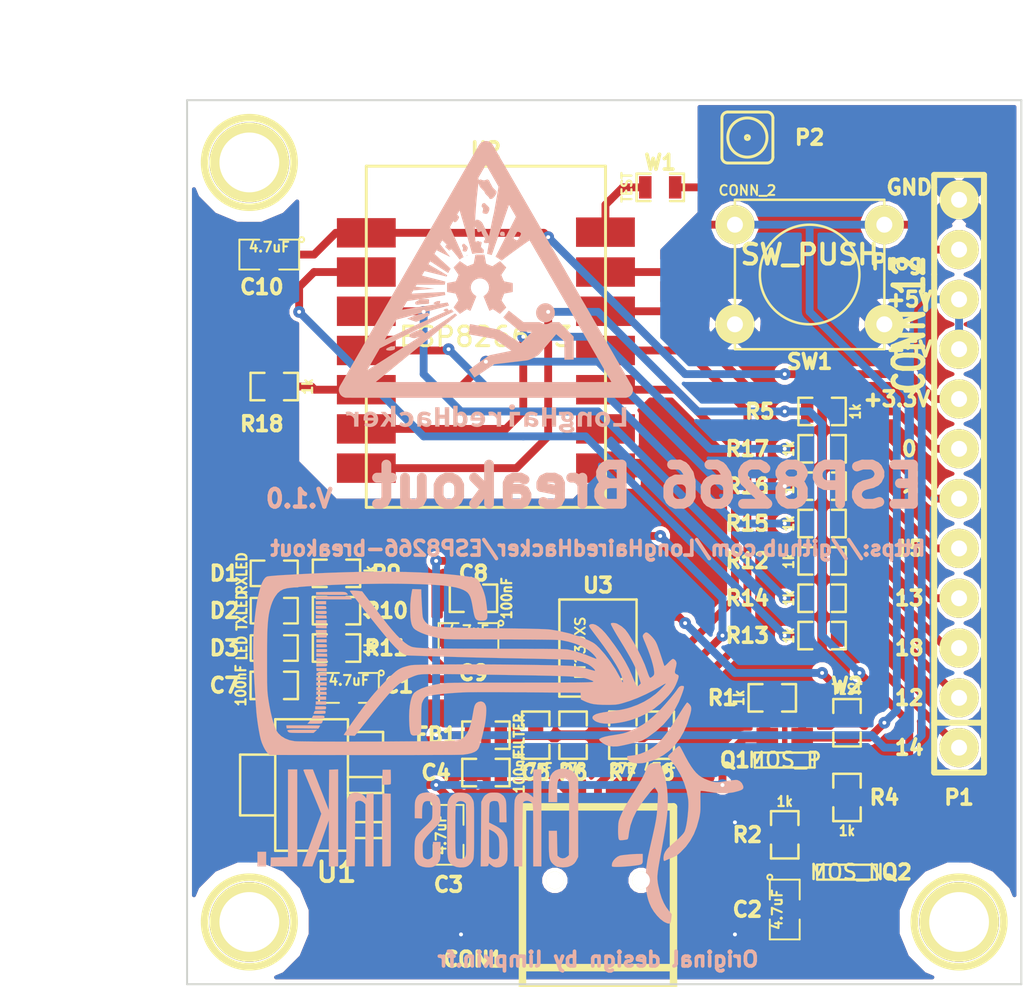
<source format=kicad_pcb>
(kicad_pcb (version 3) (host pcbnew "(2013-may-18)-stable")
  (layers (15 Dessus.Cu signal hide) (0 Dessous.Cu signal) (18 B.Paste user) (19 F.Paste user) (20 B.SilkS user) (21 F.SilkS user) (22 B.Mask user) (23 F.Mask user) (28 Edge.Cuts user))
  (net 0 "")
  (net 1 +3.3V)
  (net 2 CON_GPIO0)
  (net 3 CON_GPIO12)
  (net 4 CON_GPIO13)
  (net 5 CON_GPIO14)
  (net 6 CON_GPIO15)
  (net 7 CON_GPIO18)
  (net 8 CON_GPIO2)
  (net 9 FT230_RX)
  (net 10 FT230_TX)
  (net 11 GND)
  (net 12 GPIO0)
  (net 13 N-0000010)
  (net 14 N-0000011)
  (net 15 N-0000012)
  (net 16 N-0000013)
  (net 17 N-0000014)
  (net 18 N-0000015)
  (net 19 N-0000024)
  (net 20 N-0000026)
  (net 21 N-0000027)
  (net 22 N-0000028)
  (net 23 N-0000029)
  (net 24 N-000003)
  (net 25 N-0000030)
  (net 26 N-0000032)
  (net 27 N-0000033)
  (net 28 N-0000034)
  (net 29 N-0000035)
  (net 30 N-0000036)
  (net 31 N-0000037)
  (net 32 N-000004)
  (net 33 N-000005)
  (net 34 N-000006)
  (net 35 N-000009)
  (net 36 PROG_SW)
  (net 37 VCC)
  (net 38 VDD)
  (module ESP8266-3 (layer Dessus.Cu) (at 71.755 69.215)
    (fp_text reference U2 (at 0 -9.525) (layer F.SilkS) (effects (font (size 0.75 0.75) (thickness 0.2))))
    (fp_text value ESP8266-3 (at 0 0) (layer F.SilkS))
    (pad 1 smd rect (at 6.1 6.7) (size 3 1.5) (layers Dessus.Cu F.Paste F.Mask) (net 11 GND))
    (pad 2 smd rect (at 6.1 4.7) (size 3 1.5) (layers Dessus.Cu F.Paste F.Mask))
    (pad 3 smd rect (at 6.1 2.7) (size 3 1.5) (layers Dessus.Cu F.Paste F.Mask) (net 9 FT230_RX))
    (pad 4 smd rect (at 6.1 0.7) (size 3 1.5) (layers Dessus.Cu F.Paste F.Mask) (net 10 FT230_TX))
    (pad 5 smd rect (at 6.1 -1.3) (size 3 1.5) (layers Dessus.Cu F.Paste F.Mask) (net 28 N-0000034))
    (pad 6 smd rect (at 6.1 -3.3) (size 3 1.5) (layers Dessus.Cu F.Paste F.Mask) (net 36 PROG_SW))
    (pad 8 smd rect (at -6.1 -5.3) (size 3 1.5) (layers Dessus.Cu F.Paste F.Mask) (net 1 +3.3V))
    (pad 9 smd rect (at -6.1 -3.3) (size 3 1.5) (layers Dessus.Cu F.Paste F.Mask) (net 29 N-0000035))
    (pad 10 smd rect (at -6.1 -1.3) (size 3 1.5) (layers Dessus.Cu F.Paste F.Mask) (net 27 N-0000033))
    (pad 11 smd rect (at -6.1 0.7) (size 3 1.5) (layers Dessus.Cu F.Paste F.Mask) (net 30 N-0000036))
    (pad 12 smd rect (at -6.1 2.7) (size 3 1.5) (layers Dessus.Cu F.Paste F.Mask) (net 31 N-0000037))
    (pad 13 smd rect (at -6.1 4.7) (size 3 1.5) (layers Dessus.Cu F.Paste F.Mask) (net 35 N-000009))
    (pad 14 smd rect (at -6.1 6.7) (size 3 1.5) (layers Dessus.Cu F.Paste F.Mask) (net 12 GPIO0))
    (pad 7 smd rect (at 6.096 -5.334) (size 3 1.5) (layers Dessus.Cu F.Paste F.Mask) (net 19 N-0000024))
  )
  (module ssop-16 (layer Dessus.Cu) (at 77.47 85.09 90)
    (fp_text reference U3 (at 3.2 0 180) (layer F.SilkS) (effects (font (size 0.75 0.75) (thickness 0.2))))
    (fp_text value FT230XS (at 0 -0.89916 90) (layer F.SilkS) (effects (font (size 0.50038 0.50038) (thickness 0.09906))))
    (pad 4 smd rect (at -0.3175 2.667 90) (size 0.4064 1.651) (layers Dessus.Cu F.Paste F.Mask) (net 9 FT230_RX))
    (pad 5 smd rect (at 0.3175 2.667 90) (size 0.4064 1.651) (layers Dessus.Cu F.Paste F.Mask) (net 11 GND))
    (pad 6 smd rect (at 0.9525 2.667 90) (size 0.4064 1.651) (layers Dessus.Cu F.Paste F.Mask))
    (pad 7 smd rect (at 1.5875 2.667 90) (size 0.4064 1.651) (layers Dessus.Cu F.Paste F.Mask) (net 20 N-0000026))
    (pad 16 smd rect (at -2.2225 -2.667 90) (size 0.4064 1.651) (layers Dessus.Cu F.Paste F.Mask) (net 21 N-0000027))
    (pad 1 smd rect (at -2.2225 2.667 90) (size 0.4064 1.651) (layers Dessus.Cu F.Paste F.Mask) (net 10 FT230_TX))
    (pad 2 smd rect (at -1.5875 2.667 90) (size 0.4064 1.651) (layers Dessus.Cu F.Paste F.Mask))
    (pad 3 smd rect (at -0.9525 2.667 90) (size 0.4064 1.651) (layers Dessus.Cu F.Paste F.Mask) (net 13 N-0000010))
    (pad 9 smd rect (at 2.2225 -2.667 90) (size 0.4064 1.651) (layers Dessus.Cu F.Paste F.Mask) (net 34 N-000006))
    (pad 10 smd rect (at 1.5875 -2.667 90) (size 0.4064 1.651) (layers Dessus.Cu F.Paste F.Mask) (net 13 N-0000010))
    (pad 11 smd rect (at 0.9525 -2.667 90) (size 0.4064 1.651) (layers Dessus.Cu F.Paste F.Mask) (net 13 N-0000010))
    (pad 12 smd rect (at 0.3175 -2.667 90) (size 0.4064 1.651) (layers Dessus.Cu F.Paste F.Mask) (net 37 VCC))
    (pad 13 smd rect (at -0.3175 -2.667 90) (size 0.4064 1.651) (layers Dessus.Cu F.Paste F.Mask) (net 11 GND))
    (pad 14 smd rect (at -0.9525 -2.667 90) (size 0.4064 1.651) (layers Dessus.Cu F.Paste F.Mask) (net 22 N-0000028))
    (pad 8 smd rect (at 2.2225 2.667 90) (size 0.4064 1.651) (layers Dessus.Cu F.Paste F.Mask) (net 33 N-000005))
    (pad 15 smd rect (at -1.5875 -2.667 90) (size 0.4064 1.651) (layers Dessus.Cu F.Paste F.Mask) (net 23 N-0000029))
  )
  (module SOT23GDS_L (layer Dessus.Cu) (at 90.17 96.52 180)
    (fp_text reference Q2 (at -2.54 0 180) (layer F.SilkS) (effects (font (size 0.75 0.75) (thickness 0.2))))
    (fp_text value MOS_N (at 0 0 180) (layer F.SilkS) (effects (font (size 0.762 0.762) (thickness 0.12954))))
    (pad S smd rect (at -0.889 -1.1 180) (size 1.1 1.1) (layers Dessus.Cu F.Paste F.Mask) (net 11 GND))
    (pad G smd rect (at 0.889 -1.1 180) (size 1.1 1.1) (layers Dessus.Cu F.Paste F.Mask) (net 17 N-0000014))
    (pad D smd rect (at 0 1.1 180) (size 1.1 1.1) (layers Dessus.Cu F.Paste F.Mask) (net 16 N-0000013))
  )
  (module SOT23GDS_L (layer Dessus.Cu) (at 86.995 90.805)
    (fp_text reference Q1 (at -2.54 0) (layer F.SilkS) (effects (font (size 0.75 0.75) (thickness 0.2))))
    (fp_text value MOS_P (at 0 0) (layer F.SilkS) (effects (font (size 0.762 0.762) (thickness 0.12954))))
    (pad S smd rect (at -0.889 -1.1) (size 1.1 1.1) (layers Dessus.Cu F.Paste F.Mask) (net 1 +3.3V))
    (pad G smd rect (at 0.889 -1.1) (size 1.1 1.1) (layers Dessus.Cu F.Paste F.Mask) (net 36 PROG_SW))
    (pad D smd rect (at 0 1.1) (size 1.1 1.1) (layers Dessus.Cu F.Paste F.Mask) (net 18 N-0000015))
  )
  (module SM0603_Resistor (layer Dessus.Cu) (at 74.295 89.535 90)
    (fp_text reference C5 (at -1.905 0 180) (layer F.SilkS) (effects (font (size 0.75 0.75) (thickness 0.2))))
    (fp_text value 47pF (at -1.69926 0 180) (layer F.SilkS) (effects (font (size 0.508 0.4572) (thickness 0.1143))))
    (pad 1 smd rect (at -0.762 0 90) (size 0.635 1.143) (layers Dessus.Cu F.Paste F.Mask) (net 24 N-000003))
    (pad 2 smd rect (at 0.762 0 90) (size 0.635 1.143) (layers Dessus.Cu F.Paste F.Mask) (net 11 GND))
  )
  (module SM0603_Resistor (layer Dessus.Cu) (at 64.135 81.28 180)
    (fp_text reference R9 (at -2.54 0 180) (layer F.SilkS) (effects (font (size 0.75 0.75) (thickness 0.2))))
    (fp_text value 1k (at -1.69926 0 270) (layer F.SilkS) (effects (font (size 0.508 0.4572) (thickness 0.1143))))
    (pad 1 smd rect (at -0.762 0 180) (size 0.635 1.143) (layers Dessus.Cu F.Paste F.Mask) (net 22 N-0000028))
    (pad 2 smd rect (at 0.762 0 180) (size 0.635 1.143) (layers Dessus.Cu F.Paste F.Mask) (net 15 N-0000012))
  )
  (module SM0603_Resistor (layer Dessus.Cu) (at 64.135 83.185 180)
    (fp_text reference R10 (at -2.54 0 180) (layer F.SilkS) (effects (font (size 0.75 0.75) (thickness 0.2))))
    (fp_text value 1k (at -1.69926 0 270) (layer F.SilkS) (effects (font (size 0.508 0.4572) (thickness 0.1143))))
    (pad 1 smd rect (at -0.762 0 180) (size 0.635 1.143) (layers Dessus.Cu F.Paste F.Mask) (net 23 N-0000029))
    (pad 2 smd rect (at 0.762 0 180) (size 0.635 1.143) (layers Dessus.Cu F.Paste F.Mask) (net 26 N-0000032))
  )
  (module SM0603_Resistor (layer Dessus.Cu) (at 64.135 85.09 180)
    (fp_text reference R11 (at -2.54 0 180) (layer F.SilkS) (effects (font (size 0.75 0.75) (thickness 0.2))))
    (fp_text value 1k (at -1.69926 0 270) (layer F.SilkS) (effects (font (size 0.508 0.4572) (thickness 0.1143))))
    (pad 1 smd rect (at -0.762 0 180) (size 0.635 1.143) (layers Dessus.Cu F.Paste F.Mask) (net 21 N-0000027))
    (pad 2 smd rect (at 0.762 0 180) (size 0.635 1.143) (layers Dessus.Cu F.Paste F.Mask) (net 14 N-0000011))
  )
  (module SM0603_Resistor (layer Dessus.Cu) (at 60.96 86.995)
    (fp_text reference C7 (at -2.54 0) (layer F.SilkS) (effects (font (size 0.75 0.75) (thickness 0.2))))
    (fp_text value 100nF (at -1.69926 0 90) (layer F.SilkS) (effects (font (size 0.508 0.4572) (thickness 0.1143))))
    (pad 1 smd rect (at -0.762 0) (size 0.635 1.143) (layers Dessus.Cu F.Paste F.Mask) (net 13 N-0000010))
    (pad 2 smd rect (at 0.762 0) (size 0.635 1.143) (layers Dessus.Cu F.Paste F.Mask) (net 11 GND))
  )
  (module SM0603_Resistor (layer Dessus.Cu) (at 78.74 89.535 90)
    (fp_text reference R7 (at -1.905 0 180) (layer F.SilkS) (effects (font (size 0.75 0.75) (thickness 0.2))))
    (fp_text value 27R (at -1.69926 0 180) (layer F.SilkS) (effects (font (size 0.508 0.4572) (thickness 0.1143))))
    (pad 1 smd rect (at -0.762 0 90) (size 0.635 1.143) (layers Dessus.Cu F.Paste F.Mask) (net 32 N-000004))
    (pad 2 smd rect (at 0.762 0 90) (size 0.635 1.143) (layers Dessus.Cu F.Paste F.Mask) (net 33 N-000005))
  )
  (module SM0603_Resistor (layer Dessus.Cu) (at 76.2 89.535 90)
    (fp_text reference R6 (at -1.905 0 180) (layer F.SilkS) (effects (font (size 0.75 0.75) (thickness 0.2))))
    (fp_text value 27R (at -1.69926 0 180) (layer F.SilkS) (effects (font (size 0.508 0.4572) (thickness 0.1143))))
    (pad 1 smd rect (at -0.762 0 90) (size 0.635 1.143) (layers Dessus.Cu F.Paste F.Mask) (net 24 N-000003))
    (pad 2 smd rect (at 0.762 0 90) (size 0.635 1.143) (layers Dessus.Cu F.Paste F.Mask) (net 34 N-000006))
  )
  (module SM0603_Resistor (layer Dessus.Cu) (at 80.645 89.535 90)
    (fp_text reference C6 (at -1.905 0 180) (layer F.SilkS) (effects (font (size 0.75 0.75) (thickness 0.2))))
    (fp_text value 47pF (at -1.69926 0 180) (layer F.SilkS) (effects (font (size 0.508 0.4572) (thickness 0.1143))))
    (pad 1 smd rect (at -0.762 0 90) (size 0.635 1.143) (layers Dessus.Cu F.Paste F.Mask) (net 32 N-000004))
    (pad 2 smd rect (at 0.762 0 90) (size 0.635 1.143) (layers Dessus.Cu F.Paste F.Mask) (net 11 GND))
  )
  (module SM0603_Resistor (layer Dessus.Cu) (at 71.12 82.55 180)
    (fp_text reference C8 (at 0 1.27 180) (layer F.SilkS) (effects (font (size 0.75 0.75) (thickness 0.2))))
    (fp_text value 100nF (at -1.69926 0 270) (layer F.SilkS) (effects (font (size 0.508 0.4572) (thickness 0.1143))))
    (pad 1 smd rect (at -0.762 0 180) (size 0.635 1.143) (layers Dessus.Cu F.Paste F.Mask) (net 37 VCC))
    (pad 2 smd rect (at 0.762 0 180) (size 0.635 1.143) (layers Dessus.Cu F.Paste F.Mask) (net 11 GND))
  )
  (module SM0603_Resistor (layer Dessus.Cu) (at 71.755 91.44 180)
    (fp_text reference C4 (at 2.54 0 180) (layer F.SilkS) (effects (font (size 0.75 0.75) (thickness 0.2))))
    (fp_text value 100nF (at -1.69926 0 270) (layer F.SilkS) (effects (font (size 0.508 0.4572) (thickness 0.1143))))
    (pad 1 smd rect (at -0.762 0 180) (size 0.635 1.143) (layers Dessus.Cu F.Paste F.Mask) (net 38 VDD))
    (pad 2 smd rect (at 0.762 0 180) (size 0.635 1.143) (layers Dessus.Cu F.Paste F.Mask) (net 11 GND))
  )
  (module SM0603_Resistor (layer Dessus.Cu) (at 71.755 89.535 180)
    (fp_text reference FB1 (at 2.54 0 180) (layer F.SilkS) (effects (font (size 0.75 0.75) (thickness 0.2))))
    (fp_text value FILTER (at -1.69926 0 270) (layer F.SilkS) (effects (font (size 0.508 0.4572) (thickness 0.1143))))
    (pad 1 smd rect (at -0.762 0 180) (size 0.635 1.143) (layers Dessus.Cu F.Paste F.Mask) (net 38 VDD))
    (pad 2 smd rect (at 0.762 0 180) (size 0.635 1.143) (layers Dessus.Cu F.Paste F.Mask) (net 37 VCC))
  )
  (module SM0603_Resistor (layer Dessus.Cu) (at 90.17 92.71 90)
    (fp_text reference R4 (at 0 1.905 180) (layer F.SilkS) (effects (font (size 0.75 0.75) (thickness 0.2))))
    (fp_text value 1k (at -1.69926 0 180) (layer F.SilkS) (effects (font (size 0.508 0.4572) (thickness 0.1143))))
    (pad 1 smd rect (at -0.762 0 90) (size 0.635 1.143) (layers Dessus.Cu F.Paste F.Mask) (net 16 N-0000013))
    (pad 2 smd rect (at 0.762 0 90) (size 0.635 1.143) (layers Dessus.Cu F.Paste F.Mask) (net 12 GPIO0))
  )
  (module SM0603_Resistor (layer Dessus.Cu) (at 86.995 94.615 270)
    (fp_text reference R2 (at 0 1.905 360) (layer F.SilkS) (effects (font (size 0.75 0.75) (thickness 0.2))))
    (fp_text value 1k (at -1.69926 0 360) (layer F.SilkS) (effects (font (size 0.508 0.4572) (thickness 0.1143))))
    (pad 1 smd rect (at -0.762 0 270) (size 0.635 1.143) (layers Dessus.Cu F.Paste F.Mask) (net 18 N-0000015))
    (pad 2 smd rect (at 0.762 0 270) (size 0.635 1.143) (layers Dessus.Cu F.Paste F.Mask) (net 17 N-0000014))
  )
  (module SM0603_Resistor (layer Dessus.Cu) (at 86.36 87.63)
    (fp_text reference R1 (at -2.54 0) (layer F.SilkS) (effects (font (size 0.75 0.75) (thickness 0.2))))
    (fp_text value 1k (at -1.69926 0 90) (layer F.SilkS) (effects (font (size 0.508 0.4572) (thickness 0.1143))))
    (pad 1 smd rect (at -0.762 0) (size 0.635 1.143) (layers Dessus.Cu F.Paste F.Mask) (net 1 +3.3V))
    (pad 2 smd rect (at 0.762 0) (size 0.635 1.143) (layers Dessus.Cu F.Paste F.Mask) (net 36 PROG_SW))
  )
  (module SM0603_Capa (layer Dessus.Cu) (at 60.96 85.09)
    (fp_text reference D3 (at -2.54 0) (layer F.SilkS) (effects (font (size 0.75 0.75) (thickness 0.2))))
    (fp_text value LED (at -1.651 0 90) (layer F.SilkS) (effects (font (size 0.508 0.4572) (thickness 0.1143))))
    (pad 1 smd rect (at -0.762 0) (size 0.635 1.143) (layers Dessus.Cu F.Paste F.Mask) (net 13 N-0000010))
    (pad 2 smd rect (at 0.762 0) (size 0.635 1.143) (layers Dessus.Cu F.Paste F.Mask) (net 14 N-0000011))
  )
  (module SM0603_Capa (layer Dessus.Cu) (at 60.96 83.185)
    (fp_text reference D2 (at -2.54 0) (layer F.SilkS) (effects (font (size 0.75 0.75) (thickness 0.2))))
    (fp_text value TXLED (at -1.651 0 90) (layer F.SilkS) (effects (font (size 0.508 0.4572) (thickness 0.1143))))
    (pad 1 smd rect (at -0.762 0) (size 0.635 1.143) (layers Dessus.Cu F.Paste F.Mask) (net 13 N-0000010))
    (pad 2 smd rect (at 0.762 0) (size 0.635 1.143) (layers Dessus.Cu F.Paste F.Mask) (net 26 N-0000032))
  )
  (module SM0603_Capa (layer Dessus.Cu) (at 60.96 81.28)
    (fp_text reference D1 (at -2.54 0) (layer F.SilkS) (effects (font (size 0.75 0.75) (thickness 0.2))))
    (fp_text value RXLED (at -1.651 0 90) (layer F.SilkS) (effects (font (size 0.508 0.4572) (thickness 0.1143))))
    (pad 1 smd rect (at -0.762 0) (size 0.635 1.143) (layers Dessus.Cu F.Paste F.Mask) (net 13 N-0000010))
    (pad 2 smd rect (at 0.762 0) (size 0.635 1.143) (layers Dessus.Cu F.Paste F.Mask) (net 15 N-0000012))
  )
  (module SM0603_Resistor (layer Dessus.Cu) (at 88.9 80.645)
    (fp_text reference R12 (at -3.81 0) (layer F.SilkS) (effects (font (size 0.75 0.75) (thickness 0.2))))
    (fp_text value 1k (at -1.69926 0 90) (layer F.SilkS) (effects (font (size 0.508 0.4572) (thickness 0.1143))))
    (pad 1 smd rect (at -0.762 0) (size 0.635 1.143) (layers Dessus.Cu F.Paste F.Mask) (net 28 N-0000034))
    (pad 2 smd rect (at 0.762 0) (size 0.635 1.143) (layers Dessus.Cu F.Paste F.Mask) (net 7 CON_GPIO18))
  )
  (module SM0603_Resistor (layer Dessus.Cu) (at 88.9 84.455)
    (fp_text reference R13 (at -3.81 0) (layer F.SilkS) (effects (font (size 0.75 0.75) (thickness 0.2))))
    (fp_text value 1k (at -1.69926 0 90) (layer F.SilkS) (effects (font (size 0.508 0.4572) (thickness 0.1143))))
    (pad 1 smd rect (at -0.762 0) (size 0.635 1.143) (layers Dessus.Cu F.Paste F.Mask) (net 29 N-0000035))
    (pad 2 smd rect (at 0.762 0) (size 0.635 1.143) (layers Dessus.Cu F.Paste F.Mask) (net 5 CON_GPIO14))
  )
  (module SM0603_Resistor (layer Dessus.Cu) (at 88.9 82.55)
    (fp_text reference R14 (at -3.81 0) (layer F.SilkS) (effects (font (size 0.75 0.75) (thickness 0.2))))
    (fp_text value 1k (at -1.69926 0 90) (layer F.SilkS) (effects (font (size 0.508 0.4572) (thickness 0.1143))))
    (pad 1 smd rect (at -0.762 0) (size 0.635 1.143) (layers Dessus.Cu F.Paste F.Mask) (net 27 N-0000033))
    (pad 2 smd rect (at 0.762 0) (size 0.635 1.143) (layers Dessus.Cu F.Paste F.Mask) (net 3 CON_GPIO12))
  )
  (module SM0603_Resistor (layer Dessus.Cu) (at 88.9 78.74)
    (fp_text reference R15 (at -3.81 0) (layer F.SilkS) (effects (font (size 0.75 0.75) (thickness 0.2))))
    (fp_text value 1k (at -1.69926 0 90) (layer F.SilkS) (effects (font (size 0.508 0.4572) (thickness 0.1143))))
    (pad 1 smd rect (at -0.762 0) (size 0.635 1.143) (layers Dessus.Cu F.Paste F.Mask) (net 30 N-0000036))
    (pad 2 smd rect (at 0.762 0) (size 0.635 1.143) (layers Dessus.Cu F.Paste F.Mask) (net 4 CON_GPIO13))
  )
  (module SM0603_Resistor (layer Dessus.Cu) (at 88.9 76.835)
    (fp_text reference R16 (at -3.81 0) (layer F.SilkS) (effects (font (size 0.75 0.75) (thickness 0.2))))
    (fp_text value 1k (at -1.69926 0 90) (layer F.SilkS) (effects (font (size 0.508 0.4572) (thickness 0.1143))))
    (pad 1 smd rect (at -0.762 0) (size 0.635 1.143) (layers Dessus.Cu F.Paste F.Mask) (net 31 N-0000037))
    (pad 2 smd rect (at 0.762 0) (size 0.635 1.143) (layers Dessus.Cu F.Paste F.Mask) (net 6 CON_GPIO15))
  )
  (module SM0603_Resistor (layer Dessus.Cu) (at 88.9 74.93)
    (fp_text reference R17 (at -3.81 0) (layer F.SilkS) (effects (font (size 0.75 0.75) (thickness 0.2))))
    (fp_text value 1k (at -1.69926 0 90) (layer F.SilkS) (effects (font (size 0.508 0.4572) (thickness 0.1143))))
    (pad 1 smd rect (at -0.762 0) (size 0.635 1.143) (layers Dessus.Cu F.Paste F.Mask) (net 35 N-000009))
    (pad 2 smd rect (at 0.762 0) (size 0.635 1.143) (layers Dessus.Cu F.Paste F.Mask) (net 8 CON_GPIO2))
  )
  (module SM0603_Resistor (layer Dessus.Cu) (at 60.96 71.755 180)
    (fp_text reference R18 (at 0.635 -1.905 180) (layer F.SilkS) (effects (font (size 0.75 0.75) (thickness 0.2))))
    (fp_text value 1k (at -1.69926 0 270) (layer F.SilkS) (effects (font (size 0.508 0.4572) (thickness 0.1143))))
    (pad 1 smd rect (at -0.762 0 180) (size 0.635 1.143) (layers Dessus.Cu F.Paste F.Mask) (net 31 N-0000037))
    (pad 2 smd rect (at 0.762 0 180) (size 0.635 1.143) (layers Dessus.Cu F.Paste F.Mask) (net 11 GND))
  )
  (module USB_MINI_B (layer Dessus.Cu) (at 77.47 97.79 90)
    (fp_text reference CON1 (at -3.175 -6.35 180) (layer F.SilkS) (effects (font (size 0.75 0.75) (thickness 0.2))))
    (fp_text value USB-MICRO-B2 hide)
    (pad 1 smd rect (at 3.44932 -1.6002 90) (size 2.30124 0.50038) (layers Dessus.Cu F.Paste F.Mask) (net 38 VDD))
    (pad 2 smd rect (at 3.44932 -0.8001 90) (size 2.30124 0.50038) (layers Dessus.Cu F.Paste F.Mask) (net 24 N-000003))
    (pad 3 smd rect (at 3.44932 0 90) (size 2.30124 0.50038) (layers Dessus.Cu F.Paste F.Mask) (net 32 N-000004))
    (pad 4 smd rect (at 3.44932 0.8001 90) (size 2.30124 0.50038) (layers Dessus.Cu F.Paste F.Mask))
    (pad 5 smd rect (at 3.44932 1.6002 90) (size 2.30124 0.50038) (layers Dessus.Cu F.Paste F.Mask) (net 11 GND))
    (pad 6 smd rect (at 3.35026 -4.45008 90) (size 2.49936 1.99898) (layers Dessus.Cu F.Paste F.Mask) (net 11 GND))
    (pad 7 smd rect (at -2.14884 -4.45008 90) (size 2.49936 1.99898) (layers Dessus.Cu F.Paste F.Mask) (net 11 GND))
    (pad 8 smd rect (at 3.35026 4.45008 90) (size 2.49936 1.99898) (layers Dessus.Cu F.Paste F.Mask) (net 11 GND))
    (pad 9 smd rect (at -2.14884 4.45008 90) (size 2.49936 1.99898) (layers Dessus.Cu F.Paste F.Mask) (net 11 GND))
    (pad "" np_thru_hole circle (at 0.8509 -2.19964 90) (size 0.89916 0.89916) (drill 0.89916) (layers *.Cu *.Mask F.SilkS))
    (pad 2 np_thru_hole circle (at 0.8509 2.19964 90) (size 0.89916 0.89916) (drill 0.89916) (layers *.Cu *.Mask F.SilkS) (net 24 N-000003))
  )
  (module SM0603_Resistor (layer Dessus.Cu) (at 88.9 73.025 180)
    (fp_text reference R5 (at 3.175 0 180) (layer F.SilkS) (effects (font (size 0.75 0.75) (thickness 0.2))))
    (fp_text value 1k (at -1.69926 0 270) (layer F.SilkS) (effects (font (size 0.508 0.4572) (thickness 0.1143))))
    (pad 1 smd rect (at -0.762 0 180) (size 0.635 1.143) (layers Dessus.Cu F.Paste F.Mask) (net 2 CON_GPIO0))
    (pad 2 smd rect (at 0.762 0 180) (size 0.635 1.143) (layers Dessus.Cu F.Paste F.Mask) (net 12 GPIO0))
  )
  (module SIL-12 (layer Dessus.Cu) (at 95.885 76.2 90)
    (fp_text reference P1 (at -16.51 0 180) (layer F.SilkS) (effects (font (size 0.75 0.75) (thickness 0.2))))
    (fp_text value CONN_12 (at 7.62 -2.54 90) (layer F.SilkS) (effects (font (size 1.524 1.016) (thickness 0.3048))))
    (pad 1 thru_hole circle (at -13.97 0 90) (size 2 2) (drill 0.8128) (layers *.Cu *.Mask F.SilkS) (net 5 CON_GPIO14))
    (pad 2 thru_hole circle (at -11.43 0 90) (size 2 2) (drill 0.8128) (layers *.Cu *.Mask F.SilkS) (net 3 CON_GPIO12))
    (pad 3 thru_hole circle (at -8.89 0 90) (size 2 2) (drill 0.8128) (layers *.Cu *.Mask F.SilkS) (net 7 CON_GPIO18))
    (pad 4 thru_hole circle (at -6.35 0 90) (size 2 2) (drill 0.8128) (layers *.Cu *.Mask F.SilkS) (net 4 CON_GPIO13))
    (pad 5 thru_hole circle (at -3.81 0 90) (size 2 2) (drill 0.8128) (layers *.Cu *.Mask F.SilkS) (net 6 CON_GPIO15))
    (pad 6 thru_hole circle (at -1.27 0 90) (size 2 2) (drill 0.8128) (layers *.Cu *.Mask F.SilkS) (net 8 CON_GPIO2))
    (pad 7 thru_hole circle (at 1.27 0 90) (size 2 2) (drill 0.8128) (layers *.Cu *.Mask F.SilkS) (net 2 CON_GPIO0))
    (pad 8 thru_hole circle (at 3.81 0 90) (size 2 2) (drill 0.8128) (layers *.Cu *.Mask F.SilkS) (net 1 +3.3V))
    (pad 9 thru_hole circle (at 6.35 0 90) (size 2 2) (drill 0.8128) (layers *.Cu *.Mask F.SilkS) (net 37 VCC))
    (pad 10 thru_hole circle (at 8.89 0 90) (size 2 2) (drill 0.8128) (layers *.Cu *.Mask F.SilkS) (net 37 VCC))
    (pad 11 thru_hole circle (at 11.43 0 90) (size 2 2) (drill 0.8128) (layers *.Cu *.Mask F.SilkS) (net 36 PROG_SW))
    (pad 12 thru_hole circle (at 13.97 0 90) (size 2 2) (drill 0.8128) (layers *.Cu *.Mask F.SilkS) (net 11 GND))
  )
  (module SW_PUSH_SMALL (layer Dessus.Cu) (at 88.265 66.04 180)
    (fp_text reference SW1 (at 0 -4.445 180) (layer F.SilkS) (effects (font (size 0.75 0.75) (thickness 0.2))))
    (fp_text value SW_PUSH (at 0 1.016 180) (layer F.SilkS) (effects (font (size 1.016 1.016) (thickness 0.2032))))
    (pad 1 thru_hole circle (at 3.81 -2.54 180) (size 2 2) (drill 0.8128) (layers *.Cu *.Mask F.SilkS) (net 11 GND))
    (pad 2 thru_hole circle (at 3.81 2.54 180) (size 2 2) (drill 0.8128) (layers *.Cu *.Mask F.SilkS) (net 36 PROG_SW))
    (pad 1 thru_hole circle (at -3.81 -2.54 180) (size 2 2) (drill 0.8128) (layers *.Cu *.Mask F.SilkS) (net 11 GND))
    (pad 2 thru_hole circle (at -3.81 2.54 180) (size 2 2) (drill 0.8128) (layers *.Cu *.Mask F.SilkS) (net 36 PROG_SW))
  )
  (module 1pin (layer Dessus.Cu) (at 95.885 99.06)
    (fp_text reference 1PIN hide)
    (fp_text value P*** hide)
    (pad 1 thru_hole circle (at 0 0) (size 4.064 4.064) (drill 3.048) (layers *.Cu *.Mask F.SilkS) (clearance 1))
  )
  (module 1pin (layer Dessus.Cu) (at 59.69 99.06)
    (fp_text reference 1PIN hide)
    (fp_text value P*** hide)
    (pad 1 thru_hole circle (at 0 0) (size 4.064 4.064) (drill 3.048) (layers *.Cu *.Mask F.SilkS) (clearance 1))
  )
  (module 1pin (layer Dessus.Cu) (at 59.69 60.325)
    (fp_text reference 1PIN hide)
    (fp_text value P*** hide)
    (pad 1 thru_hole circle (at 0 0) (size 4.064 4.064) (drill 3.048) (layers *.Cu *.Mask F.SilkS) (clearance 1))
  )
  (module SM0805 (layer Dessus.Cu) (at 70.866 84.582 180)
    (fp_text reference C9 (at -0.254 -1.778 180) (layer F.SilkS) (effects (font (size 0.75 0.75) (thickness 0.2))))
    (fp_text value 4.7uF (at 0 0.381 180) (layer F.SilkS) (effects (font (size 0.50038 0.50038) (thickness 0.10922))))
    (pad 1 smd rect (at -0.9525 0 180) (size 0.889 1.397) (layers Dessus.Cu F.Paste F.Mask) (net 37 VCC))
    (pad 2 smd rect (at 0.9525 0 180) (size 0.889 1.397) (layers Dessus.Cu F.Paste F.Mask) (net 11 GND))
  )
  (module SM0805 (layer Dessus.Cu) (at 60.706 65.024 180)
    (fp_text reference C10 (at 0.381 -1.651 180) (layer F.SilkS) (effects (font (size 0.75 0.75) (thickness 0.2))))
    (fp_text value 4.7uF (at 0 0.381 180) (layer F.SilkS) (effects (font (size 0.50038 0.50038) (thickness 0.10922))))
    (pad 1 smd rect (at -0.9525 0 180) (size 0.889 1.397) (layers Dessus.Cu F.Paste F.Mask) (net 1 +3.3V))
    (pad 2 smd rect (at 0.9525 0 180) (size 0.889 1.397) (layers Dessus.Cu F.Paste F.Mask) (net 11 GND))
  )
  (module SM0805 (layer Dessus.Cu) (at 69.85 94.615 270)
    (fp_text reference C3 (at 2.54 0 360) (layer F.SilkS) (effects (font (size 0.75 0.75) (thickness 0.2))))
    (fp_text value 4.7uF (at 0 0.381 270) (layer F.SilkS) (effects (font (size 0.50038 0.50038) (thickness 0.10922))))
    (pad 1 smd rect (at -0.9525 0 270) (size 0.889 1.397) (layers Dessus.Cu F.Paste F.Mask) (net 1 +3.3V))
    (pad 2 smd rect (at 0.9525 0 270) (size 0.889 1.397) (layers Dessus.Cu F.Paste F.Mask) (net 11 GND))
  )
  (module SM0805 (layer Dessus.Cu) (at 64.77 87.122 180)
    (fp_text reference C1 (at -2.54 0.127 180) (layer F.SilkS) (effects (font (size 0.75 0.75) (thickness 0.2))))
    (fp_text value 4.7uF (at 0 0.381 180) (layer F.SilkS) (effects (font (size 0.50038 0.50038) (thickness 0.10922))))
    (pad 1 smd rect (at -0.9525 0 180) (size 0.889 1.397) (layers Dessus.Cu F.Paste F.Mask) (net 37 VCC))
    (pad 2 smd rect (at 0.9525 0 180) (size 0.889 1.397) (layers Dessus.Cu F.Paste F.Mask) (net 11 GND))
  )
  (module SM0805 (layer Dessus.Cu) (at 86.995 98.425 270)
    (fp_text reference C2 (at 0 1.905 360) (layer F.SilkS) (effects (font (size 0.75 0.75) (thickness 0.2))))
    (fp_text value 4.7uF (at 0 0.381 270) (layer F.SilkS) (effects (font (size 0.50038 0.50038) (thickness 0.10922))))
    (pad 1 smd rect (at -0.9525 0 270) (size 0.889 1.397) (layers Dessus.Cu F.Paste F.Mask) (net 17 N-0000014))
    (pad 2 smd rect (at 0.9525 0 270) (size 0.889 1.397) (layers Dessus.Cu F.Paste F.Mask) (net 11 GND))
  )
  (module sot223 (layer Dessus.Cu) (at 62.865 92.075 90)
    (fp_text reference U1 (at -4.445 1.27 180) (layer F.SilkS) (effects (font (size 1.00076 1.00076) (thickness 0.20066))))
    (fp_text value NCP1117LP hide)
    (pad 1 smd rect (at -2.30124 2.99974 90) (size 1.30048 1.80086) (layers Dessus.Cu F.Paste F.Mask) (net 11 GND))
    (pad 2 smd rect (at 0 2.99974 90) (size 1.30048 1.80086) (layers Dessus.Cu F.Paste F.Mask) (net 1 +3.3V))
    (pad 3 smd rect (at 2.30124 2.99974 90) (size 1.30048 1.80086) (layers Dessus.Cu F.Paste F.Mask) (net 37 VCC))
    (pad 4 smd rect (at 0 -2.99974 90) (size 3.79984 1.80086) (layers Dessus.Cu F.Paste F.Mask) (net 1 +3.3V))
  )
  (module SM0603_Resistor (layer Dessus.Cu) (at 80.645 61.595)
    (fp_text reference W1 (at 0 -1.27) (layer F.SilkS) (effects (font (size 0.75 0.75) (thickness 0.2))))
    (fp_text value TEST (at -1.69926 0 90) (layer F.SilkS) (effects (font (size 0.508 0.4572) (thickness 0.1143))))
    (pad 1 smd rect (at -0.762 0) (size 0.635 1.143) (layers Dessus.Cu F.Paste F.Mask) (net 19 N-0000024))
    (pad 2 smd rect (at 0.762 0) (size 0.635 1.143) (layers Dessus.Cu F.Paste F.Mask) (net 25 N-0000030))
  )
  (module SM0603_Resistor (layer Dessus.Cu) (at 90.17 88.9 270)
    (fp_text reference W2 (at -1.905 0 360) (layer F.SilkS) (effects (font (size 0.75 0.75) (thickness 0.2))))
    (fp_text value TEST (at -1.69926 0 360) (layer F.SilkS) (effects (font (size 0.508 0.4572) (thickness 0.1143))))
    (pad 1 smd rect (at -0.762 0 270) (size 0.635 1.143) (layers Dessus.Cu F.Paste F.Mask) (net 20 N-0000026))
    (pad 2 smd rect (at 0.762 0 270) (size 0.635 1.143) (layers Dessus.Cu F.Paste F.Mask) (net 36 PROG_SW))
  )
  (module coaxial_u.fl-r-smt-1 (layer Dessus.Cu) (at 85.09 59.055)
    (fp_text reference P2 (at 3.175 0) (layer F.SilkS) (effects (font (size 0.75 0.75) (thickness 0.2))))
    (fp_text value CONN_2 (at 0 2.7) (layer F.SilkS) (effects (font (size 0.5 0.5) (thickness 0.1))))
    (pad 2 smd rect (at -1.475 0) (size 1.05 2.2) (layers Dessus.Cu F.Paste F.Mask) (net 11 GND))
    (pad 2 smd rect (at 1.475 0) (size 1.05 2.2) (layers Dessus.Cu F.Paste F.Mask) (net 11 GND))
    (pad 1 smd rect (at 0 1.525) (size 1 1.05) (layers Dessus.Cu F.Paste F.Mask) (net 25 N-0000030))
  )
  (module chaosinkl_silkbot_25_00mm (layer Dessous.Cu) (at 72.39 90.17)
    (fp_text reference G*** hide)
    (fp_text value chaosinkl_silkbot_25_00mm hide)
  )
  (module logo_hacker_silkbot_15_00mm (layer Dessous.Cu) (at 71.755 66.675)
    (fp_text reference G*** hide)
    (fp_text value logo_hacker_silkbot_15_00mm hide)
  )
  (gr_text V.1.0 (at 62.23 77.47) (layer B.SilkS) (effects (font (size 0.9 0.9) (thickness 0.225)) (justify mirror)))
  (gr_text https://github.com/LongHairedHacker/ESP8266-breakout (at 77.47 80.01) (layer B.SilkS) (effects (font (size 0.75 0.75) (thickness 0.1875)) (justify mirror)))
  (gr_text "Original design by limpkin.fr" (at 77.47 100.965) (layer B.SilkS) (effects (font (size 0.75 0.75) (thickness 0.1875)) (justify mirror)))
  (gr_text "ESP8266 Breakout" (at 80.01 76.835) (layer B.SilkS) (effects (font (size 2 2) (thickness 0.5)) (justify mirror)))
  (gr_text "GND\n" (at 93.345 61.595) (layer F.SilkS) (effects (font (size 0.75 0.75) (thickness 0.1875))))
  (gr_text "Prog\n" (at 92.71 65.405) (layer F.SilkS) (effects (font (size 0.75 0.75) (thickness 0.1875))))
  (gr_text +5V (at 93.345 67.31) (layer F.SilkS) (effects (font (size 0.75 0.75) (thickness 0.1875))))
  (gr_text +5V (at 93.345 69.85) (layer F.SilkS) (effects (font (size 0.75 0.75) (thickness 0.1875))))
  (gr_text +3.3V (at 92.71 72.39) (layer F.SilkS) (effects (font (size 0.75 0.75) (thickness 0.1875))))
  (gr_text 0 (at 93.345 74.93) (layer F.SilkS) (effects (font (size 0.75 0.75) (thickness 0.1875))))
  (gr_text 2 (at 93.345 77.47) (layer F.SilkS) (effects (font (size 0.75 0.75) (thickness 0.1875))))
  (gr_text 15 (at 93.345 80.01) (layer F.SilkS) (effects (font (size 0.75 0.75) (thickness 0.1875))))
  (gr_text 13 (at 93.345 82.55) (layer F.SilkS) (effects (font (size 0.75 0.75) (thickness 0.1875))))
  (gr_text 18 (at 93.345 85.09) (layer F.SilkS) (effects (font (size 0.75 0.75) (thickness 0.1875))))
  (gr_text 12 (at 93.345 87.63) (layer F.SilkS) (effects (font (size 0.75 0.75) (thickness 0.1875))))
  (gr_text 14 (at 93.345 90.17) (layer F.SilkS) (effects (font (size 0.75 0.75) (thickness 0.1875))))
  (gr_line (start 56.515 102.235) (end 56.515 57.15) (angle 90) (layer Edge.Cuts) (width 0.1))
  (gr_line (start 99.06 102.235) (end 56.515 102.235) (angle 90) (layer Edge.Cuts) (width 0.1))
  (gr_line (start 99.06 57.15) (end 99.06 102.235) (angle 90) (layer Edge.Cuts) (width 0.1))
  (gr_line (start 56.515 57.15) (end 99.06 57.15) (angle 90) (layer Edge.Cuts) (width 0.1))
  (segment (start 94.615 77.47) (end 94.615 77.47) (width 0.4) (layer Dessous.Cu) (net 0))
  (segment (start 94.615 77.47) (end 94.615 77.47) (width 0.4) (layer Dessous.Cu) (net 0))
  (segment (start 65.655 63.915) (end 74.71 63.915) (width 0.4) (layer Dessus.Cu) (net 1))
  (via (at 74.93 64.135) (size 0.6) (drill 0.2) (layers Dessus.Cu Dessous.Cu) (net 1))
  (segment (start 74.71 63.915) (end 74.93 64.135) (width 0.4) (layer Dessus.Cu) (net 1))
  (segment (start 74.93 64.135) (end 81.915 71.12) (width 0.4) (layer Dessous.Cu) (net 1))
  (segment (start 94.615 72.39) (end 93.345 71.12) (width 0.4) (layer Dessus.Cu) (net 1))
  (segment (start 93.345 71.12) (end 86.995 71.12) (width 0.4) (layer Dessus.Cu) (net 1))
  (via (at 86.995 71.12) (size 0.6) (drill 0.2) (layers Dessus.Cu Dessous.Cu) (net 1))
  (segment (start 86.995 71.12) (end 81.915 71.12) (width 0.4) (layer Dessous.Cu) (net 1))
  (segment (start 94.615 72.39) (end 95.885 72.39) (width 0.4) (layer Dessus.Cu) (net 1))
  (segment (start 67.437 92.075) (end 65.86474 92.075) (width 0.4) (layer Dessus.Cu) (net 1))
  (segment (start 69.85 93.6625) (end 69.85 92.71) (width 0.4) (layer Dessus.Cu) (net 1))
  (segment (start 69.85 92.71) (end 69.215 92.075) (width 0.4) (layer Dessus.Cu) (net 1))
  (segment (start 86.106 89.705) (end 84.92 89.705) (width 0.4) (layer Dessus.Cu) (net 1))
  (segment (start 83.82 92.075) (end 69.215 92.075) (width 0.4) (layer Dessous.Cu) (net 1))
  (via (at 69.215 92.075) (size 0.6) (drill 0.2) (layers Dessus.Cu Dessous.Cu) (net 1))
  (via (at 83.82 92.075) (size 0.6) (drill 0.2) (layers Dessus.Cu Dessous.Cu) (net 1))
  (segment (start 83.82 90.805) (end 83.82 92.075) (width 0.4) (layer Dessus.Cu) (net 1))
  (segment (start 84.92 89.705) (end 83.82 90.805) (width 0.4) (layer Dessus.Cu) (net 1))
  (segment (start 86.106 89.705) (end 86.106 89.281) (width 0.4) (layer Dessus.Cu) (net 1))
  (segment (start 85.598 88.773) (end 85.598 87.63) (width 0.4) (layer Dessus.Cu) (net 1))
  (segment (start 86.106 89.281) (end 85.598 88.773) (width 0.4) (layer Dessus.Cu) (net 1))
  (segment (start 58.42 68.58) (end 58.42 90.805) (width 0.4) (layer Dessus.Cu) (net 1))
  (segment (start 59.69 92.075) (end 60.833 92.075) (width 0.4) (layer Dessus.Cu) (net 1))
  (segment (start 59.69 92.075) (end 58.42 90.805) (width 0.4) (layer Dessus.Cu) (net 1))
  (segment (start 65.655 63.915) (end 64.101 63.915) (width 0.4) (layer Dessus.Cu) (net 1))
  (segment (start 64.101 63.915) (end 62.992 65.024) (width 0.4) (layer Dessus.Cu) (net 1))
  (segment (start 62.992 65.024) (end 61.6585 65.024) (width 0.4) (layer Dessus.Cu) (net 1))
  (segment (start 61.722 65.024) (end 61.722 65.913) (width 0.4) (layer Dessus.Cu) (net 1))
  (segment (start 61.722 65.913) (end 60.96 66.675) (width 0.4) (layer Dessus.Cu) (net 1))
  (segment (start 58.42 68.58) (end 58.42 68.58) (width 0.4) (layer Dessus.Cu) (net 1))
  (segment (start 60.325 66.675) (end 60.96 66.675) (width 0.4) (layer Dessus.Cu) (net 1))
  (segment (start 58.42 68.58) (end 58.42 68.58) (width 0.4) (layer Dessus.Cu) (net 1))
  (segment (start 58.42 68.58) (end 60.325 66.675) (width 0.4) (layer Dessus.Cu) (net 1))
  (segment (start 67.437 92.075) (end 69.215 92.075) (width 0.4) (layer Dessus.Cu) (net 1))
  (segment (start 60.833 92.075) (end 67.437 92.075) (width 0.4) (layer Dessus.Cu) (net 1))
  (segment (start 89.662 73.025) (end 92.71 73.025) (width 0.4) (layer Dessus.Cu) (net 2))
  (segment (start 94.615 74.93) (end 95.885 74.93) (width 0.4) (layer Dessus.Cu) (net 2))
  (segment (start 92.71 73.025) (end 94.615 74.93) (width 0.4) (layer Dessus.Cu) (net 2))
  (segment (start 89.662 82.55) (end 90.805 82.55) (width 0.4) (layer Dessus.Cu) (net 3))
  (segment (start 90.805 82.55) (end 95.885 87.63) (width 0.4) (layer Dessus.Cu) (net 3))
  (segment (start 95.885 82.55) (end 94.615 82.55) (width 0.4) (layer Dessus.Cu) (net 4))
  (segment (start 90.805 78.74) (end 89.662 78.74) (width 0.4) (layer Dessus.Cu) (net 4))
  (segment (start 94.615 82.55) (end 90.805 78.74) (width 0.4) (layer Dessus.Cu) (net 4))
  (segment (start 89.662 84.455) (end 90.17 84.455) (width 0.4) (layer Dessus.Cu) (net 5))
  (segment (start 90.17 84.455) (end 95.885 90.17) (width 0.4) (layer Dessus.Cu) (net 5))
  (segment (start 89.535 76.835) (end 91.44 76.835) (width 0.4) (layer Dessus.Cu) (net 6))
  (segment (start 94.615 80.01) (end 95.885 80.01) (width 0.4) (layer Dessus.Cu) (net 6))
  (segment (start 91.44 76.835) (end 94.615 80.01) (width 0.4) (layer Dessus.Cu) (net 6))
  (segment (start 89.662 80.645) (end 90.805 80.645) (width 0.4) (layer Dessus.Cu) (net 7))
  (segment (start 95.25 85.09) (end 95.885 85.09) (width 0.4) (layer Dessus.Cu) (net 7))
  (segment (start 90.805 80.645) (end 95.25 85.09) (width 0.4) (layer Dessus.Cu) (net 7))
  (segment (start 89.662 74.93) (end 92.075 74.93) (width 0.4) (layer Dessus.Cu) (net 8))
  (segment (start 94.615 77.47) (end 95.885 77.47) (width 0.4) (layer Dessus.Cu) (net 8))
  (segment (start 92.075 74.93) (end 94.615 77.47) (width 0.4) (layer Dessus.Cu) (net 8))
  (segment (start 81.12 71.915) (end 81.44 71.915) (width 0.4) (layer Dessus.Cu) (net 9))
  (segment (start 77.855 71.915) (end 81.12 71.915) (width 0.4) (layer Dessus.Cu) (net 9))
  (segment (start 81.44 71.915) (end 84.455 74.93) (width 0.4) (layer Dessus.Cu) (net 9))
  (segment (start 84.455 82.55) (end 84.455 74.93) (width 0.4) (layer Dessus.Cu) (net 9))
  (segment (start 84.455 74.93) (end 84.455 74.964998) (width 0.4) (layer Dessus.Cu) (net 9))
  (segment (start 84.455 74.93) (end 84.455 74.93) (width 0.4) (layer Dessus.Cu) (net 9))
  (segment (start 84.455 74.964998) (end 84.420002 74.93) (width 0.4) (layer Dessus.Cu) (net 9))
  (segment (start 80.137 85.4075) (end 81.5975 85.4075) (width 0.4) (layer Dessus.Cu) (net 9))
  (segment (start 84.455 82.55) (end 84.455 82.55) (width 0.4) (layer Dessus.Cu) (net 9))
  (segment (start 81.5975 85.4075) (end 84.455 82.55) (width 0.4) (layer Dessus.Cu) (net 9))
  (segment (start 77.855 69.915) (end 81.98 69.915) (width 0.4) (layer Dessus.Cu) (net 10))
  (segment (start 85.09 73.025) (end 82.55 70.485) (width 0.4) (layer Dessus.Cu) (net 10))
  (segment (start 85.09 84.455) (end 85.09 84.455) (width 0.4) (layer Dessus.Cu) (net 10))
  (segment (start 82.2325 87.3125) (end 85.09 84.455) (width 0.4) (layer Dessus.Cu) (net 10))
  (segment (start 82.2325 87.3125) (end 80.137 87.3125) (width 0.4) (layer Dessus.Cu) (net 10))
  (segment (start 85.09 84.455) (end 85.09 84.455) (width 0.4) (layer Dessus.Cu) (net 10))
  (segment (start 85.09 84.455) (end 85.09 73.025) (width 0.4) (layer Dessus.Cu) (net 10))
  (segment (start 81.98 69.915) (end 82.55 70.485) (width 0.4) (layer Dessus.Cu) (net 10))
  (segment (start 73.01992 99.93884) (end 70.72884 99.93884) (width 0.4) (layer Dessus.Cu) (net 11))
  (via (at 70.485 99.695) (size 0.6) (drill 0.2) (layers Dessus.Cu Dessous.Cu) (net 11))
  (segment (start 70.72884 99.93884) (end 70.485 99.695) (width 0.4) (layer Dessus.Cu) (net 11))
  (segment (start 81.92008 99.93884) (end 84.21116 99.93884) (width 0.4) (layer Dessus.Cu) (net 11))
  (via (at 84.455 99.695) (size 0.6) (drill 0.2) (layers Dessus.Cu Dessous.Cu) (net 11))
  (segment (start 84.21116 99.93884) (end 84.455 99.695) (width 0.4) (layer Dessus.Cu) (net 11))
  (segment (start 81.92008 94.43974) (end 83.99526 94.43974) (width 0.4) (layer Dessus.Cu) (net 11))
  (via (at 84.455 93.98) (size 0.6) (drill 0.2) (layers Dessus.Cu Dessous.Cu) (net 11))
  (segment (start 83.99526 94.43974) (end 84.455 93.98) (width 0.4) (layer Dessus.Cu) (net 11))
  (segment (start 65.655 75.915) (end 73.31 75.915) (width 0.4) (layer Dessus.Cu) (net 12))
  (segment (start 73.31 75.915) (end 74.93 74.295) (width 0.4) (layer Dessus.Cu) (net 12))
  (segment (start 74.93 74.295) (end 74.93 67.945) (width 0.4) (layer Dessus.Cu) (net 12))
  (segment (start 77.47 67.945) (end 82.55 73.025) (width 0.4) (layer Dessous.Cu) (net 12))
  (via (at 74.93 67.945) (size 0.6) (drill 0.2) (layers Dessus.Cu Dessous.Cu) (net 12))
  (segment (start 74.93 67.945) (end 77.47 67.945) (width 0.4) (layer Dessous.Cu) (net 12))
  (segment (start 90.17 91.948) (end 92.202 91.948) (width 0.4) (layer Dessus.Cu) (net 12))
  (segment (start 88.9 84.455) (end 90.805 86.36) (width 0.4) (layer Dessous.Cu) (net 12))
  (segment (start 88.265 73.025) (end 88.9 73.66) (width 0.4) (layer Dessous.Cu) (net 12))
  (segment (start 88.9 73.66) (end 88.9 84.455) (width 0.4) (layer Dessous.Cu) (net 12))
  (segment (start 88.265 73.025) (end 86.995 73.025) (width 0.4) (layer Dessous.Cu) (net 12))
  (segment (start 93.345 88.9) (end 93.345 90.805) (width 0.4) (layer Dessus.Cu) (net 12))
  (segment (start 90.805 86.36) (end 93.345 88.9) (width 0.4) (layer Dessus.Cu) (net 12))
  (via (at 90.805 86.36) (size 0.6) (drill 0.2) (layers Dessus.Cu Dessous.Cu) (net 12))
  (segment (start 92.71 91.44) (end 93.345 90.805) (width 0.4) (layer Dessus.Cu) (net 12))
  (segment (start 92.202 91.948) (end 92.71 91.44) (width 0.4) (layer Dessus.Cu) (net 12))
  (via (at 86.995 73.025) (size 0.6) (drill 0.2) (layers Dessus.Cu Dessous.Cu) (net 12))
  (segment (start 82.55 73.025) (end 86.995 73.025) (width 0.4) (layer Dessous.Cu) (net 12))
  (segment (start 86.995 73.025) (end 88.138 73.025) (width 0.4) (layer Dessus.Cu) (net 12))
  (segment (start 73.025 79.375) (end 80.645 79.375) (width 0.4) (layer Dessus.Cu) (net 13))
  (segment (start 82.2325 86.0425) (end 83.82 84.455) (width 0.4) (layer Dessus.Cu) (net 13))
  (via (at 83.82 84.455) (size 0.6) (drill 0.2) (layers Dessus.Cu Dessous.Cu) (net 13))
  (segment (start 82.55 81.28) (end 80.645 79.375) (width 0.4) (layer Dessous.Cu) (net 13))
  (segment (start 83.82 82.55) (end 82.55 81.28) (width 0.4) (layer Dessous.Cu) (net 13))
  (segment (start 83.82 84.455) (end 83.82 82.55) (width 0.4) (layer Dessous.Cu) (net 13))
  (segment (start 82.2325 86.0425) (end 80.137 86.0425) (width 0.4) (layer Dessus.Cu) (net 13))
  (via (at 80.645 79.375) (size 0.6) (drill 0.2) (layers Dessus.Cu Dessous.Cu) (net 13))
  (segment (start 60.96 79.375) (end 73.025 79.375) (width 0.4) (layer Dessus.Cu) (net 13))
  (segment (start 74.803 83.5025) (end 73.3425 83.5025) (width 0.4) (layer Dessus.Cu) (net 13))
  (segment (start 73.3425 83.5025) (end 73.025 83.185) (width 0.4) (layer Dessus.Cu) (net 13))
  (segment (start 73.025 79.375) (end 73.025 83.185) (width 0.4) (layer Dessus.Cu) (net 13))
  (segment (start 60.198 80.137) (end 60.198 81.28) (width 0.4) (layer Dessus.Cu) (net 13))
  (segment (start 60.198 80.137) (end 60.96 79.375) (width 0.4) (layer Dessus.Cu) (net 13))
  (segment (start 60.198 83.185) (end 60.198 81.28) (width 0.4) (layer Dessus.Cu) (net 13))
  (segment (start 60.198 85.09) (end 60.198 86.995) (width 0.4) (layer Dessus.Cu) (net 13))
  (segment (start 60.198 81.28) (end 60.198 85.09) (width 0.4) (layer Dessus.Cu) (net 13))
  (segment (start 74.803 84.1375) (end 74.803 83.5025) (width 0.4) (layer Dessus.Cu) (net 13))
  (segment (start 61.722 85.09) (end 63.373 85.09) (width 0.4) (layer Dessus.Cu) (net 14))
  (segment (start 61.722 81.28) (end 63.373 81.28) (width 0.4) (layer Dessus.Cu) (net 15))
  (segment (start 90.17 95.42) (end 90.17 93.472) (width 0.4) (layer Dessus.Cu) (net 16))
  (segment (start 86.995 97.4725) (end 89.1335 97.4725) (width 0.4) (layer Dessus.Cu) (net 17))
  (segment (start 89.1335 97.4725) (end 89.281 97.62) (width 0.4) (layer Dessus.Cu) (net 17))
  (segment (start 86.995 97.4725) (end 86.995 95.377) (width 0.4) (layer Dessus.Cu) (net 17))
  (segment (start 86.995 93.853) (end 86.995 91.905) (width 0.4) (layer Dessus.Cu) (net 18))
  (segment (start 77.851 63.881) (end 77.851 62.484) (width 0.4) (layer Dessus.Cu) (net 19))
  (segment (start 78.74 61.595) (end 78.105 62.23) (width 0.4) (layer Dessus.Cu) (net 19))
  (segment (start 78.74 61.595) (end 79.883 61.595) (width 0.4) (layer Dessus.Cu) (net 19))
  (segment (start 77.851 62.484) (end 78.105 62.23) (width 0.4) (layer Dessus.Cu) (net 19))
  (via (at 81.915 83.82) (size 0.6) (drill 0.2) (layers Dessus.Cu Dessous.Cu) (net 20))
  (segment (start 88.9 86.36) (end 84.455 86.36) (width 0.4) (layer Dessous.Cu) (net 20))
  (segment (start 90.17 88.138) (end 90.17 87.63) (width 0.4) (layer Dessus.Cu) (net 20))
  (segment (start 90.17 87.63) (end 88.9 86.36) (width 0.4) (layer Dessus.Cu) (net 20))
  (via (at 88.9 86.36) (size 0.6) (drill 0.2) (layers Dessus.Cu Dessous.Cu) (net 20))
  (segment (start 81.5975 83.5025) (end 81.915 83.82) (width 0.4) (layer Dessus.Cu) (net 20))
  (segment (start 81.5975 83.5025) (end 80.137 83.5025) (width 0.4) (layer Dessus.Cu) (net 20))
  (segment (start 81.915 83.82) (end 84.455 86.36) (width 0.4) (layer Dessous.Cu) (net 20))
  (segment (start 64.897 85.09) (end 66.04 85.09) (width 0.4) (layer Dessus.Cu) (net 21))
  (segment (start 68.2625 87.3125) (end 66.04 85.09) (width 0.4) (layer Dessus.Cu) (net 21))
  (segment (start 68.2625 87.3125) (end 74.803 87.3125) (width 0.4) (layer Dessus.Cu) (net 21))
  (segment (start 74.803 86.0425) (end 69.5325 86.0425) (width 0.4) (layer Dessus.Cu) (net 22))
  (segment (start 67.945 81.28) (end 64.897 81.28) (width 0.4) (layer Dessus.Cu) (net 22))
  (segment (start 68.58 81.915) (end 67.945 81.28) (width 0.4) (layer Dessus.Cu) (net 22))
  (segment (start 68.58 85.09) (end 68.58 81.915) (width 0.4) (layer Dessus.Cu) (net 22))
  (segment (start 69.5325 86.0425) (end 68.58 85.09) (width 0.4) (layer Dessus.Cu) (net 22))
  (segment (start 64.897 83.185) (end 65.405 83.185) (width 0.4) (layer Dessus.Cu) (net 23))
  (segment (start 68.8975 86.6775) (end 74.803 86.6775) (width 0.4) (layer Dessus.Cu) (net 23))
  (segment (start 66.675 83.185) (end 65.405 83.185) (width 0.4) (layer Dessus.Cu) (net 23))
  (segment (start 67.31 83.82) (end 66.675 83.185) (width 0.4) (layer Dessus.Cu) (net 23))
  (segment (start 67.31 85.09) (end 67.31 83.82) (width 0.4) (layer Dessus.Cu) (net 23))
  (segment (start 68.8975 86.6775) (end 67.31 85.09) (width 0.4) (layer Dessus.Cu) (net 23))
  (segment (start 74.295 90.297) (end 76.2 90.297) (width 0.4) (layer Dessus.Cu) (net 24))
  (segment (start 76.6699 94.34068) (end 76.6699 91.9099) (width 0.4) (layer Dessus.Cu) (net 24))
  (segment (start 76.2 91.44) (end 76.2 90.297) (width 0.4) (layer Dessus.Cu) (net 24))
  (segment (start 76.6699 91.9099) (end 76.2 91.44) (width 0.4) (layer Dessus.Cu) (net 24))
  (segment (start 81.407 61.595) (end 84.455 61.595) (width 0.4) (layer Dessus.Cu) (net 25))
  (segment (start 85.09 60.96) (end 85.09 60.58) (width 0.4) (layer Dessus.Cu) (net 25))
  (segment (start 84.455 61.595) (end 85.09 60.96) (width 0.4) (layer Dessus.Cu) (net 25))
  (segment (start 61.722 83.185) (end 63.373 83.185) (width 0.4) (layer Dessus.Cu) (net 26))
  (segment (start 86.995 82.55) (end 88.138 82.55) (width 0.4) (layer Dessus.Cu) (net 27))
  (via (at 86.995 82.55) (size 0.6) (drill 0.2) (layers Dessus.Cu Dessous.Cu) (net 27))
  (segment (start 77.47 73.025) (end 86.995 82.55) (width 0.4) (layer Dessous.Cu) (net 27))
  (segment (start 68.55 67.915) (end 68.58 67.945) (width 0.4) (layer Dessus.Cu) (net 27))
  (via (at 68.58 67.945) (size 0.6) (drill 0.2) (layers Dessus.Cu Dessous.Cu) (net 27))
  (segment (start 68.58 67.945) (end 68.58 71.12) (width 0.4) (layer Dessous.Cu) (net 27))
  (segment (start 68.58 71.12) (end 70.485 73.025) (width 0.4) (layer Dessous.Cu) (net 27))
  (segment (start 70.485 73.025) (end 77.47 73.025) (width 0.4) (layer Dessous.Cu) (net 27))
  (segment (start 65.655 67.915) (end 68.55 67.915) (width 0.4) (layer Dessus.Cu) (net 27))
  (segment (start 86.995 82.55) (end 86.995 82.55) (width 0.4) (layer Dessous.Cu) (net 27))
  (segment (start 86.995 82.55) (end 86.995 82.55) (width 0.4) (layer Dessous.Cu) (net 27))
  (segment (start 86.995 82.55) (end 86.995 82.55) (width 0.4) (layer Dessous.Cu) (net 27))
  (segment (start 77.855 67.915) (end 81.25 67.915) (width 0.4) (layer Dessus.Cu) (net 28))
  (segment (start 81.25 67.915) (end 85.725 72.39) (width 0.4) (layer Dessus.Cu) (net 28))
  (segment (start 85.725 79.375) (end 86.995 80.645) (width 0.4) (layer Dessus.Cu) (net 28))
  (segment (start 86.995 80.645) (end 88.138 80.645) (width 0.4) (layer Dessus.Cu) (net 28))
  (segment (start 85.725 72.39) (end 85.725 72.39) (width 0.4) (layer Dessus.Cu) (net 28))
  (segment (start 85.725 72.39) (end 85.725 79.375) (width 0.4) (layer Dessus.Cu) (net 28))
  (segment (start 85.725 79.375) (end 85.725 79.375) (width 0.4) (layer Dessus.Cu) (net 28))
  (segment (start 86.995 84.455) (end 76.835 74.295) (width 0.4) (layer Dessous.Cu) (net 29))
  (segment (start 73.66 74.295) (end 76.835 74.295) (width 0.4) (layer Dessous.Cu) (net 29))
  (segment (start 62.99 65.915) (end 62.23 66.675) (width 0.4) (layer Dessus.Cu) (net 29))
  (segment (start 62.23 66.675) (end 62.23 67.945) (width 0.4) (layer Dessus.Cu) (net 29))
  (via (at 62.23 67.945) (size 0.6) (drill 0.2) (layers Dessus.Cu Dessous.Cu) (net 29))
  (segment (start 62.23 67.945) (end 68.58 74.295) (width 0.4) (layer Dessous.Cu) (net 29))
  (segment (start 68.58 74.295) (end 73.66 74.295) (width 0.4) (layer Dessous.Cu) (net 29))
  (segment (start 62.99 65.915) (end 65.655 65.915) (width 0.4) (layer Dessus.Cu) (net 29))
  (via (at 86.995 84.455) (size 0.6) (drill 0.2) (layers Dessus.Cu Dessous.Cu) (net 29))
  (segment (start 86.995 84.455) (end 88.138 84.455) (width 0.4) (layer Dessus.Cu) (net 29))
  (segment (start 86.995 84.455) (end 86.995 84.455) (width 0.4) (layer Dessous.Cu) (net 29))
  (segment (start 86.995 84.455) (end 86.995 84.455) (width 0.4) (layer Dessous.Cu) (net 29))
  (segment (start 84.455 78.74) (end 86.995 78.74) (width 0.4) (layer Dessous.Cu) (net 30))
  (via (at 86.995 78.74) (size 0.6) (drill 0.2) (layers Dessus.Cu Dessous.Cu) (net 30))
  (segment (start 86.995 78.74) (end 88.138 78.74) (width 0.4) (layer Dessus.Cu) (net 30))
  (segment (start 77.47 71.755) (end 84.455 78.74) (width 0.4) (layer Dessous.Cu) (net 30))
  (segment (start 69.785 69.915) (end 69.85 69.85) (width 0.4) (layer Dessus.Cu) (net 30))
  (via (at 69.85 69.85) (size 0.6) (drill 0.2) (layers Dessus.Cu Dessous.Cu) (net 30))
  (segment (start 69.85 69.85) (end 71.755 71.755) (width 0.4) (layer Dessous.Cu) (net 30))
  (segment (start 71.755 71.755) (end 77.47 71.755) (width 0.4) (layer Dessous.Cu) (net 30))
  (segment (start 65.655 69.915) (end 69.785 69.915) (width 0.4) (layer Dessus.Cu) (net 30))
  (segment (start 84.455 78.74) (end 84.455 78.74) (width 0.4) (layer Dessous.Cu) (net 30))
  (segment (start 84.455 78.74) (end 84.455 78.74) (width 0.4) (layer Dessous.Cu) (net 30))
  (segment (start 83.82 76.835) (end 86.995 76.835) (width 0.4) (layer Dessous.Cu) (net 31))
  (via (at 71.755 70.485) (size 0.6) (drill 0.2) (layers Dessus.Cu Dessous.Cu) (net 31))
  (segment (start 71.755 70.485) (end 77.47 70.485) (width 0.4) (layer Dessous.Cu) (net 31))
  (segment (start 77.47 70.485) (end 83.82 76.835) (width 0.4) (layer Dessous.Cu) (net 31))
  (segment (start 70.325 71.915) (end 71.755 70.485) (width 0.4) (layer Dessus.Cu) (net 31))
  (segment (start 65.655 71.915) (end 70.325 71.915) (width 0.4) (layer Dessus.Cu) (net 31))
  (via (at 86.995 76.835) (size 0.6) (drill 0.2) (layers Dessus.Cu Dessous.Cu) (net 31))
  (segment (start 65.655 71.915) (end 63.025 71.915) (width 0.4) (layer Dessus.Cu) (net 31))
  (segment (start 63.025 71.915) (end 62.865 71.755) (width 0.4) (layer Dessus.Cu) (net 31))
  (segment (start 86.995 76.835) (end 88.138 76.835) (width 0.4) (layer Dessus.Cu) (net 31))
  (segment (start 62.865 71.755) (end 61.722 71.755) (width 0.4) (layer Dessus.Cu) (net 31))
  (segment (start 78.74 90.297) (end 80.645 90.297) (width 0.4) (layer Dessus.Cu) (net 32))
  (segment (start 78.74 90.297) (end 78.74 90.805) (width 0.4) (layer Dessus.Cu) (net 32))
  (segment (start 77.47 92.075) (end 77.47 94.34068) (width 0.4) (layer Dessus.Cu) (net 32))
  (segment (start 78.74 90.805) (end 77.47 92.075) (width 0.4) (layer Dessus.Cu) (net 32))
  (segment (start 78.105 86.995) (end 78.105 83.82) (width 0.4) (layer Dessus.Cu) (net 33))
  (segment (start 79.0575 82.8675) (end 78.105 83.82) (width 0.4) (layer Dessus.Cu) (net 33))
  (segment (start 78.74 88.265) (end 78.74 88.773) (width 0.4) (layer Dessus.Cu) (net 33))
  (segment (start 78.74 88.265) (end 78.105 87.63) (width 0.4) (layer Dessus.Cu) (net 33))
  (segment (start 78.105 87.63) (end 78.105 86.995) (width 0.4) (layer Dessus.Cu) (net 33))
  (segment (start 79.0575 82.8675) (end 80.137 82.8675) (width 0.4) (layer Dessus.Cu) (net 33))
  (segment (start 76.2 88.773) (end 76.2 88.265) (width 0.4) (layer Dessus.Cu) (net 34))
  (segment (start 75.8825 82.8675) (end 76.835 83.82) (width 0.4) (layer Dessus.Cu) (net 34))
  (segment (start 76.835 83.82) (end 76.835 86.995) (width 0.4) (layer Dessus.Cu) (net 34))
  (segment (start 75.8825 82.8675) (end 74.803 82.8675) (width 0.4) (layer Dessus.Cu) (net 34))
  (segment (start 76.835 87.63) (end 76.835 86.995) (width 0.4) (layer Dessus.Cu) (net 34))
  (segment (start 76.2 88.265) (end 76.835 87.63) (width 0.4) (layer Dessus.Cu) (net 34))
  (segment (start 72.77 73.915) (end 73.66 73.025) (width 0.4) (layer Dessus.Cu) (net 35))
  (segment (start 73.66 73.025) (end 73.66 69.215) (width 0.4) (layer Dessus.Cu) (net 35))
  (via (at 73.66 69.215) (size 0.6) (drill 0.2) (layers Dessus.Cu Dessous.Cu) (net 35))
  (segment (start 73.66 69.215) (end 77.47 69.215) (width 0.4) (layer Dessous.Cu) (net 35))
  (segment (start 72.77 73.915) (end 65.655 73.915) (width 0.4) (layer Dessus.Cu) (net 35))
  (segment (start 83.185 74.93) (end 77.47 69.215) (width 0.4) (layer Dessous.Cu) (net 35))
  (segment (start 86.995 74.93) (end 83.185 74.93) (width 0.4) (layer Dessous.Cu) (net 35))
  (segment (start 88.138 74.93) (end 86.995 74.93) (width 0.4) (layer Dessus.Cu) (net 35))
  (via (at 86.995 74.93) (size 0.6) (drill 0.2) (layers Dessus.Cu Dessous.Cu) (net 35))
  (segment (start 77.855 65.915) (end 80.77 65.915) (width 0.4) (layer Dessus.Cu) (net 36))
  (segment (start 83.185 63.5) (end 81.28 65.405) (width 0.4) (layer Dessus.Cu) (net 36))
  (segment (start 83.185 63.5) (end 84.455 63.5) (width 0.4) (layer Dessus.Cu) (net 36))
  (segment (start 80.77 65.915) (end 81.28 65.405) (width 0.4) (layer Dessus.Cu) (net 36))
  (segment (start 92.075 63.5) (end 93.345 63.5) (width 0.4) (layer Dessus.Cu) (net 36))
  (segment (start 94.615 64.77) (end 95.885 64.77) (width 0.4) (layer Dessus.Cu) (net 36))
  (segment (start 93.345 63.5) (end 94.615 64.77) (width 0.4) (layer Dessus.Cu) (net 36))
  (segment (start 88.265 63.5) (end 92.075 63.5) (width 0.4) (layer Dessous.Cu) (net 36))
  (segment (start 84.455 63.5) (end 88.265 63.5) (width 0.4) (layer Dessous.Cu) (net 36))
  (segment (start 88.265 67.945) (end 92.71 72.39) (width 0.4) (layer Dessous.Cu) (net 36))
  (segment (start 88.265 63.5) (end 88.265 67.945) (width 0.4) (layer Dessous.Cu) (net 36))
  (segment (start 90.17 89.662) (end 91.313 89.662) (width 0.4) (layer Dessus.Cu) (net 36))
  (segment (start 92.71 88.265) (end 92.71 72.39) (width 0.4) (layer Dessous.Cu) (net 36))
  (segment (start 92.075 88.9) (end 92.71 88.265) (width 0.4) (layer Dessous.Cu) (net 36))
  (via (at 92.075 88.9) (size 0.6) (drill 0.2) (layers Dessus.Cu Dessous.Cu) (net 36))
  (segment (start 91.313 89.662) (end 92.075 88.9) (width 0.4) (layer Dessus.Cu) (net 36))
  (segment (start 90.17 89.662) (end 87.927 89.662) (width 0.4) (layer Dessus.Cu) (net 36))
  (segment (start 87.927 89.662) (end 87.884 89.705) (width 0.4) (layer Dessus.Cu) (net 36))
  (segment (start 92.71 72.39) (end 92.71 72.39) (width 0.4) (layer Dessous.Cu) (net 36))
  (segment (start 92.71 72.39) (end 92.71 72.39) (width 0.4) (layer Dessous.Cu) (net 36))
  (segment (start 92.71 72.39) (end 92.71 72.39) (width 0.4) (layer Dessous.Cu) (net 36))
  (segment (start 87.122 87.63) (end 87.63 87.63) (width 0.4) (layer Dessus.Cu) (net 36))
  (segment (start 87.884 87.884) (end 87.884 89.705) (width 0.4) (layer Dessus.Cu) (net 36))
  (segment (start 87.63 87.63) (end 87.884 87.884) (width 0.4) (layer Dessus.Cu) (net 36))
  (segment (start 95.885 67.31) (end 95.885 69.85) (width 0.4) (layer Dessous.Cu) (net 37))
  (segment (start 93.98 89.535) (end 93.98 67.945) (width 0.4) (layer Dessous.Cu) (net 37))
  (segment (start 93.345 90.17) (end 93.98 89.535) (width 0.4) (layer Dessous.Cu) (net 37))
  (segment (start 92.075 90.17) (end 91.44 89.535) (width 0.4) (layer Dessous.Cu) (net 37))
  (segment (start 69.215 89.535) (end 81.915 89.535) (width 0.4) (layer Dessous.Cu) (net 37))
  (segment (start 91.44 89.535) (end 81.915 89.535) (width 0.4) (layer Dessous.Cu) (net 37))
  (segment (start 92.075 90.17) (end 93.345 90.17) (width 0.4) (layer Dessous.Cu) (net 37))
  (segment (start 94.615 67.31) (end 95.885 67.31) (width 0.4) (layer Dessous.Cu) (net 37))
  (segment (start 93.98 67.945) (end 94.615 67.31) (width 0.4) (layer Dessous.Cu) (net 37))
  (segment (start 69.215 80.645) (end 69.215 89.535) (width 0.4) (layer Dessous.Cu) (net 37))
  (via (at 69.215 80.645) (size 0.6) (drill 0.2) (layers Dessus.Cu Dessous.Cu) (net 37))
  (segment (start 71.12 80.645) (end 69.215 80.645) (width 0.4) (layer Dessus.Cu) (net 37))
  (via (at 69.215 89.535) (size 0.6) (drill 0.2) (layers Dessus.Cu Dessous.Cu) (net 37))
  (segment (start 68.961 89.789) (end 69.215 89.535) (width 0.4) (layer Dessus.Cu) (net 37))
  (segment (start 71.882 81.407) (end 71.12 80.645) (width 0.4) (layer Dessus.Cu) (net 37))
  (segment (start 71.882 82.55) (end 71.882 81.407) (width 0.4) (layer Dessus.Cu) (net 37))
  (segment (start 65.7225 87.122) (end 65.7225 89.7255) (width 0.4) (layer Dessus.Cu) (net 37))
  (segment (start 65.7225 89.7255) (end 65.659 89.789) (width 0.4) (layer Dessus.Cu) (net 37))
  (segment (start 71.8185 84.582) (end 71.8185 82.6135) (width 0.4) (layer Dessus.Cu) (net 37))
  (segment (start 71.8185 82.6135) (end 71.882 82.55) (width 0.4) (layer Dessus.Cu) (net 37))
  (segment (start 71.8185 84.582) (end 73.152 84.582) (width 0.4) (layer Dessus.Cu) (net 37))
  (segment (start 73.3425 84.7725) (end 73.152 84.582) (width 0.4) (layer Dessus.Cu) (net 37))
  (segment (start 73.3425 84.7725) (end 74.803 84.7725) (width 0.4) (layer Dessus.Cu) (net 37))
  (segment (start 67.437 89.789) (end 65.659 89.789) (width 0.4) (layer Dessus.Cu) (net 37))
  (segment (start 67.437 89.789) (end 68.961 89.789) (width 0.4) (layer Dessus.Cu) (net 37))
  (segment (start 69.215 89.535) (end 70.993 89.535) (width 0.4) (layer Dessus.Cu) (net 37))
  (segment (start 72.517 89.535) (end 72.517 91.44) (width 0.4) (layer Dessus.Cu) (net 38))
  (segment (start 72.517 91.44) (end 74.93 91.44) (width 0.4) (layer Dessus.Cu) (net 38))
  (segment (start 74.93 91.44) (end 75.8698 92.3798) (width 0.4) (layer Dessus.Cu) (net 38))
  (segment (start 75.8698 92.3798) (end 75.8698 94.34068) (width 0.4) (layer Dessus.Cu) (net 38))
  (zone (net 11) (net_name GND) (layer Dessous.Cu) (connect_pads (clearance 0.2)) (min_thickness 0.2) (fill (arc_segments 16) (thermal_gap 0.3) (thermal_bridge_width 1.99898))
    (polygon (pts (xy 99.06 102.235) (xy 56.515 102.235) (xy 56.515 57.15) (xy 62.23 57.15) (xy 62.23 75.565) (xy 64.135 77.47) (xy 76.2 77.47) (xy 77.47 76.2) (xy 77.47 74.93) (xy 80.645 71.755) (xy 80.645 64.77) (xy 82.55 62.865) (xy 82.55 57.15) (xy 99.06 57.15)))
  )
  (zone (net 11) (net_name GND) (layer Dessus.Cu) (connect_pads (clearance 0.2)) (min_thickness 0.2) (fill (arc_segments 16) (thermal_gap 0.3) (thermal_bridge_width 1.99898))
    (polygon (pts (xy 99.06 102.235) (xy 56.515 102.235) (xy 56.515 57.15) (xy 62.23 57.15) (xy 62.23 75.565) (xy 64.135 77.47) (xy 76.2 77.47) (xy 77.47 76.2) (xy 77.47 74.93) (xy 80.645 71.755) (xy 80.645 64.77) (xy 82.55 62.865) (xy 82.55 57.15) (xy 99.06 57.15)))
  )
)
</source>
